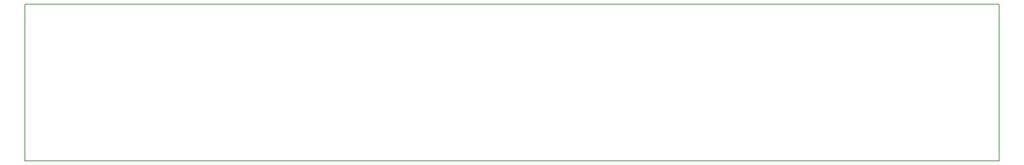
<source format=gm1>
*%FSLAX23Y23*%
*%MOIN*%
G01*
%ADD11C,0.006*%
%ADD12C,0.007*%
%ADD13C,0.008*%
%ADD14C,0.008*%
%ADD15C,0.010*%
%ADD16C,0.010*%
%ADD17C,0.012*%
%ADD18C,0.012*%
%ADD19C,0.028*%
%ADD20C,0.030*%
%ADD21C,0.030*%
%ADD22C,0.032*%
%ADD23C,0.039*%
%ADD24C,0.039*%
%ADD25C,0.059*%
%ADD26C,0.059*%
%ADD27C,0.070*%
%ADD28C,0.074*%
%ADD29O,0.076X0.024*%
%ADD30O,0.080X0.028*%
%ADD31C,0.098*%
%ADD32C,0.102*%
%ADD33C,0.125*%
%ADD34C,0.145*%
%ADD35C,0.228*%
%ADD36C,0.232*%
%ADD37R,0.036X0.036*%
%ADD38R,0.040X0.040*%
%ADD39R,0.050X0.036*%
%ADD40R,0.054X0.040*%
%ADD41R,0.055X0.064*%
%ADD42R,0.059X0.068*%
%ADD43R,0.060X0.100*%
%ADD44R,0.064X0.055*%
%ADD45R,0.064X0.104*%
%ADD46R,0.068X0.059*%
%ADD47R,0.070X0.070*%
%ADD48R,0.074X0.074*%
%ADD49R,0.076X0.024*%
%ADD50R,0.080X0.028*%
%ADD51R,0.100X0.060*%
%ADD52R,0.104X0.064*%
D11*
X5689Y7309D02*
X14311D01*
Y8694D02*
X5689D01*
Y7309D01*
X14311D02*
Y8694D01*
D02*
M02*

</source>
